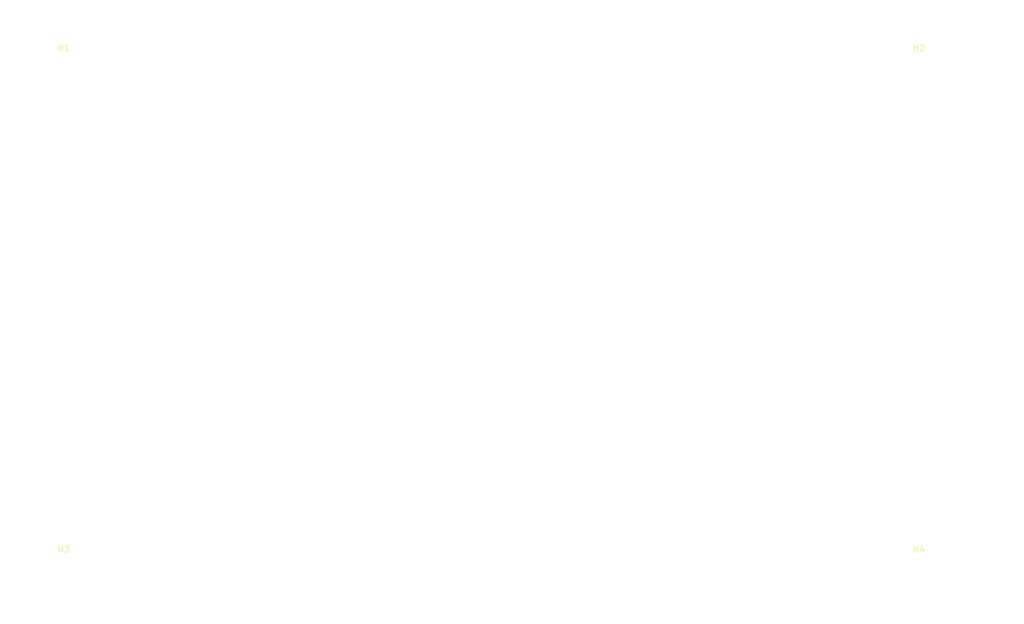
<source format=kicad_pcb>
(kicad_pcb (version 20210228) (generator pcbnew)
  (title_block (title "Enter Title On Page Setting Dialog") (rev "1") (company "KiCAD"))
  (layers (0 "F.Cu" signal) (31 "B.Cu" signal) (34 "B.Paste" user) (35 "F.Paste" user) (36 "B.SilkS" user "B.Silkscreen") (37 "F.SilkS" user "F.Silkscreen") (38 "B.Mask" user) (39 "F.Mask" user) (44 "Edge.Cuts" user))
  (net 0 "")
  (footprint "MountingHole:MountingHole_3.2mm_M3" (layer "F.Cu") (at 70.1 50.4)
    (fp_text reference "H1" (at 5.16 -0.205) (layer "F.SilkS"))
    (fp_text value "MountingHole")
    (pad "1" np_thru_hole circle (at 0 0) (size 3.2 3.2) (drill 3.2) (layers *.Cu *.Mask))
  )
  (footprint "MountingHole:MountingHole_3.2mm_M3" (layer "F.Cu") (at 219.1 50.4)
    (fp_text reference "H2" (at -5.26 -0.205) (layer "F.SilkS"))
    (fp_text value "MountingHole")
    (pad "1" np_thru_hole circle (at 0 0) (size 3.2 3.2) (drill 3.2) (layers *.Cu *.Mask))
  )
  (footprint "MountingHole:MountingHole_3.2mm_M3" (layer "F.Cu") (at 70.1 131.5)
    (fp_text reference "H3" (at 5.16 -0.08) (layer "F.SilkS"))
    (fp_text value "MountingHole")
    (pad "1" np_thru_hole circle (at 0 0) (size 3.2 3.2) (drill 3.2) (layers *.Cu *.Mask))
  )
  (footprint "MountingHole:MountingHole_3.2mm_M3" (layer "F.Cu") (at 219.1 131.5)
    (fp_text reference "H4" (at -5.26 -0.08) (layer "F.SilkS"))
    (fp_text value "MountingHole")
    (pad "1" np_thru_hole circle (at 0 0) (size 3.2 3.2) (drill 3.2) (layers *.Cu *.Mask))
  )
  (gr_line (start 65.1 45.4) (end 65.1 136.6) (layer "Edge.Cuts") (width 0.00254))
  (gr_line (start 65.1 136.6) (end 224.1 136.6) (layer "Edge.Cuts") (width 0.00254))
  (gr_line (start 224.1 45.4) (end 65.1 45.4) (layer "Edge.Cuts") (width 0.00254))
  (gr_line (start 224.1 45.4) (end 224.1 136.6) (layer "Edge.Cuts") (width 0.00254))
)
</source>
